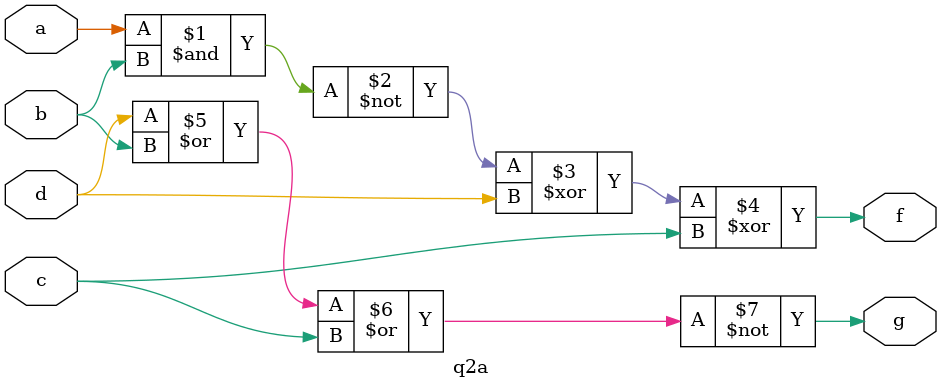
<source format=v>
module q2a(a,b,c,d,f,g);
input a,b,c,d;
output f,g;
assign f=(~(a&b)^d^c);
assign g=(~(d|b|c));
endmodule

</source>
